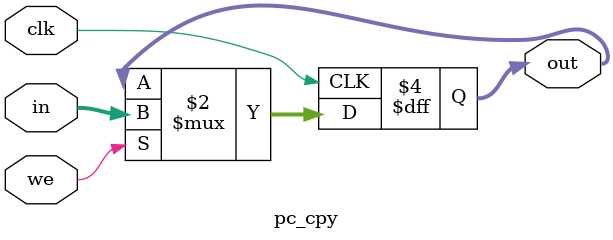
<source format=v>
/* reg to save the pc during interupts */

module pc_cpy(
input clk,
input we,
input [15:0] in,
output reg [15:0] out
);

always @ (posedge clk) begin
	if(we)
		out <= in;
end
endmodule

</source>
